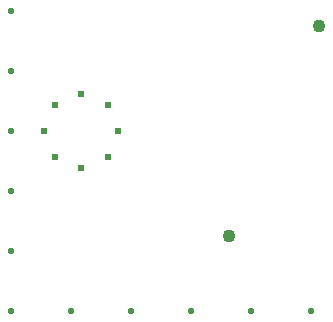
<source format=gbr>
%TF.GerberVersion,J1*%
%TF.FileFunction,PTH*%
%TF.Part,Single*%
%FSLAX26Y26*%
%MOIN*%
%LPD*%
%SRX1Y1I0J0*%
%TA.DrillTolerance,0.01,0.005*%
%TA.AperFunction,ComponentDrill%
%ADD10C,0.014000*%
%TA.AperFunction,Other,MySpecial
Drill*%
%ADD11C,0.024000*%
%TA.DrillTolerance,0.015,0.015*%
%TA.AperFunction,MechanicalDrill
*%
%ADD12C,0.043000*%
%ADD13C,0.022000*%
%TD.AperFunction*%
%TD.DrillTolerance*%
D10*
X242000Y275000D03*
Y325000D03*
X217000Y300000D03*
X192000Y325000D03*
X292000Y275000D03*
X192000D03*
X292000Y325000D03*
X267000Y300000D03*
D11*
X124000Y0D03*
X0Y-124000D03*
X-124000Y0D03*
X88000Y88000D03*
X-88000D03*
X0Y124000D03*
X88000Y-88000D03*
X-88000D03*
D12*
X792000Y350000D03*
X492000Y-350000D03*
D13*
X767000Y-600000D03*
X567000D03*
X-233000Y200000D03*
Y400000D03*
Y0D03*
Y-200000D03*
Y-600000D03*
Y-400000D03*
X-33000Y-600000D03*
X167000D03*
X367000D03*
%TF.MD5,b5d8122723797ac635a1814c
04c6372b%
M02*

</source>
